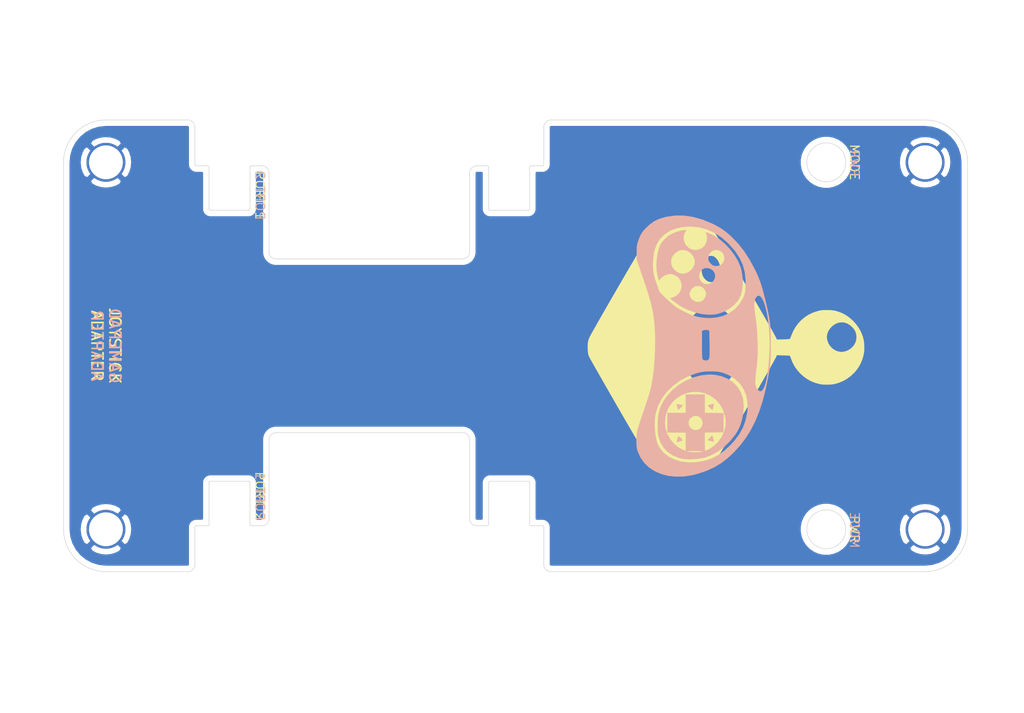
<source format=kicad_pcb>
(kicad_pcb (version 20171130) (host pcbnew "(5.1.8)-1")

  (general
    (thickness 1.6)
    (drawings 91)
    (tracks 0)
    (zones 0)
    (modules 6)
    (nets 2)
  )

  (page A4)
  (layers
    (0 F.Cu signal)
    (31 B.Cu signal)
    (32 B.Adhes user)
    (33 F.Adhes user)
    (34 B.Paste user)
    (35 F.Paste user)
    (36 B.SilkS user)
    (37 F.SilkS user)
    (38 B.Mask user)
    (39 F.Mask user)
    (40 Dwgs.User user)
    (41 Cmts.User user)
    (42 Eco1.User user)
    (43 Eco2.User user)
    (44 Edge.Cuts user)
    (45 Margin user)
    (46 B.CrtYd user)
    (47 F.CrtYd user)
    (48 B.Fab user)
    (49 F.Fab user)
  )

  (setup
    (last_trace_width 0.25)
    (trace_clearance 0.2)
    (zone_clearance 0.508)
    (zone_45_only no)
    (trace_min 0.2)
    (via_size 0.8)
    (via_drill 0.4)
    (via_min_size 0.4)
    (via_min_drill 0.3)
    (uvia_size 0.3)
    (uvia_drill 0.1)
    (uvias_allowed no)
    (uvia_min_size 0.2)
    (uvia_min_drill 0.1)
    (edge_width 0.05)
    (segment_width 0.2)
    (pcb_text_width 0.3)
    (pcb_text_size 1.5 1.5)
    (mod_edge_width 0.12)
    (mod_text_size 1 1)
    (mod_text_width 0.15)
    (pad_size 1.524 1.524)
    (pad_drill 0.762)
    (pad_to_mask_clearance 0)
    (aux_axis_origin 0 0)
    (visible_elements 7FFFFFFF)
    (pcbplotparams
      (layerselection 0x010fc_ffffffff)
      (usegerberextensions true)
      (usegerberattributes true)
      (usegerberadvancedattributes true)
      (creategerberjobfile true)
      (excludeedgelayer true)
      (linewidth 0.100000)
      (plotframeref false)
      (viasonmask false)
      (mode 1)
      (useauxorigin false)
      (hpglpennumber 1)
      (hpglpenspeed 20)
      (hpglpendiameter 15.000000)
      (psnegative false)
      (psa4output false)
      (plotreference true)
      (plotvalue true)
      (plotinvisibletext false)
      (padsonsilk false)
      (subtractmaskfromsilk false)
      (outputformat 1)
      (mirror false)
      (drillshape 0)
      (scaleselection 1)
      (outputdirectory "export/"))
  )

  (net 0 "")
  (net 1 "Net-(M1-Pad1)")

  (net_class Default "This is the default net class."
    (clearance 0.2)
    (trace_width 0.25)
    (via_dia 0.8)
    (via_drill 0.4)
    (uvia_dia 0.3)
    (uvia_drill 0.1)
    (add_net "Net-(M1-Pad1)")
  )

  (net_class PWR ""
    (clearance 0.2)
    (trace_width 0.381)
    (via_dia 0.8)
    (via_drill 0.4)
    (uvia_dia 0.3)
    (uvia_drill 0.1)
  )

  (module artwork:joystick_large (layer F.Cu) (tedit 0) (tstamp 6020AAC9)
    (at 155.448 92.202 270)
    (fp_text reference G*** (at 0 0 90) (layer F.SilkS) hide
      (effects (font (size 1.524 1.524) (thickness 0.3)))
    )
    (fp_text value LOGO (at 0.75 0 90) (layer F.SilkS) hide
      (effects (font (size 1.524 1.524) (thickness 0.3)))
    )
    (fp_poly (pts (xy 0.179292 -12.430624) (xy 0.384543 -12.419517) (xy 0.562218 -12.399596) (xy 0.635 -12.386546)
      (xy 1.046468 -12.276052) (xy 1.429374 -12.123741) (xy 1.784809 -11.929046) (xy 2.113865 -11.691396)
      (xy 2.319982 -11.507988) (xy 2.609461 -11.19514) (xy 2.855183 -10.8569) (xy 3.056474 -10.494469)
      (xy 3.212661 -10.109049) (xy 3.31746 -9.7282) (xy 3.341601 -9.576258) (xy 3.357814 -9.389294)
      (xy 3.366063 -9.181678) (xy 3.366311 -8.967784) (xy 3.358521 -8.761984) (xy 3.342657 -8.57865)
      (xy 3.320743 -8.441454) (xy 3.209276 -8.031748) (xy 3.057693 -7.65219) (xy 2.864371 -7.299777)
      (xy 2.627687 -6.971506) (xy 2.376287 -6.694253) (xy 2.063994 -6.413969) (xy 1.735452 -6.180864)
      (xy 1.387697 -5.993088) (xy 1.030086 -5.852786) (xy 0.894981 -5.804896) (xy 0.807338 -5.764739)
      (xy 0.764616 -5.731097) (xy 0.760665 -5.723583) (xy 0.755058 -5.68513) (xy 0.748907 -5.604068)
      (xy 0.742636 -5.488582) (xy 0.736669 -5.346855) (xy 0.731431 -5.187068) (xy 0.729887 -5.12994)
      (xy 0.715918 -4.582979) (xy 0.999309 -4.439181) (xy 1.106341 -4.383117) (xy 1.251772 -4.304199)
      (xy 1.43295 -4.203975) (xy 1.647224 -4.083995) (xy 1.891943 -3.945807) (xy 2.164456 -3.79096)
      (xy 2.462113 -3.621005) (xy 2.782262 -3.437489) (xy 3.122253 -3.241962) (xy 3.479434 -3.035973)
      (xy 3.851155 -2.821071) (xy 4.234764 -2.598806) (xy 4.627611 -2.370725) (xy 5.027044 -2.138379)
      (xy 5.430414 -1.903316) (xy 5.835068 -1.667086) (xy 6.238355 -1.431237) (xy 6.637626 -1.197319)
      (xy 7.030228 -0.966881) (xy 7.413512 -0.741471) (xy 7.784825 -0.52264) (xy 8.141517 -0.311935)
      (xy 8.480938 -0.110906) (xy 8.800435 0.078897) (xy 9.097359 0.255927) (xy 9.369058 0.418633)
      (xy 9.612881 0.565466) (xy 9.826178 0.694878) (xy 10.006296 0.80532) (xy 10.150587 0.895242)
      (xy 10.256397 0.963096) (xy 10.321077 1.007331) (xy 10.3251 1.010334) (xy 10.457015 1.131138)
      (xy 10.592395 1.297166) (xy 10.732406 1.510042) (xy 10.878213 1.771394) (xy 10.896631 1.807019)
      (xy 11.0744 2.153538) (xy 11.0744 3.898209) (xy 11.074399 5.64288) (xy 10.935633 5.91389)
      (xy 10.811528 6.143281) (xy 10.686302 6.350345) (xy 10.565015 6.527379) (xy 10.452724 6.666683)
      (xy 10.414926 6.706664) (xy 10.351032 6.760698) (xy 10.243378 6.838659) (xy 10.091915 6.940575)
      (xy 9.896595 7.066476) (xy 9.657369 7.21639) (xy 9.374191 7.390345) (xy 9.047012 7.588369)
      (xy 8.675783 7.810491) (xy 8.260458 8.056739) (xy 7.800986 8.327142) (xy 7.297322 8.621728)
      (xy 6.749416 8.940526) (xy 6.157221 9.283564) (xy 5.520688 9.65087) (xy 4.839769 10.042473)
      (xy 4.114417 10.458401) (xy 3.344584 10.898684) (xy 2.8829 11.162239) (xy 2.534896 11.360743)
      (xy 2.228115 11.535613) (xy 1.959669 11.688417) (xy 1.726673 11.820721) (xy 1.52624 11.934091)
      (xy 1.355482 12.030095) (xy 1.211512 12.110297) (xy 1.091445 12.176264) (xy 0.992393 12.229564)
      (xy 0.911469 12.271761) (xy 0.845787 12.304423) (xy 0.79246 12.329116) (xy 0.748601 12.347406)
      (xy 0.711323 12.36086) (xy 0.67774 12.371043) (xy 0.644964 12.379523) (xy 0.635 12.381934)
      (xy 0.524649 12.401197) (xy 0.378028 12.416664) (xy 0.209563 12.427784) (xy 0.033681 12.434006)
      (xy -0.135192 12.434777) (xy -0.282629 12.429548) (xy -0.376102 12.420581) (xy -0.53551 12.392507)
      (xy -0.68144 12.353023) (xy -0.829029 12.296716) (xy -0.993412 12.218175) (xy -1.099301 12.161997)
      (xy -1.240491 12.084299) (xy -1.422091 11.982996) (xy -1.640632 11.860081) (xy -1.892642 11.717544)
      (xy -2.174651 11.557376) (xy -2.483189 11.381569) (xy -2.814786 11.192114) (xy -3.165972 10.991003)
      (xy -3.533275 10.780226) (xy -3.913226 10.561774) (xy -4.302354 10.33764) (xy -4.69719 10.109815)
      (xy -5.094262 9.880288) (xy -5.4901 9.651053) (xy -5.881235 9.4241) (xy -6.264195 9.201421)
      (xy -6.604 9.003393) (xy -7.108919 8.708588) (xy -7.571178 8.438231) (xy -7.992177 8.191485)
      (xy -8.373315 7.96751) (xy -8.715994 7.76547) (xy -9.021611 7.584526) (xy -9.291568 7.423839)
      (xy -9.527263 7.282572) (xy -9.730096 7.159886) (xy -9.901468 7.054944) (xy -10.042777 6.966906)
      (xy -10.155424 6.894935) (xy -10.240809 6.838194) (xy -10.30033 6.795842) (xy -10.329079 6.772809)
      (xy -10.471917 6.625944) (xy -10.61363 6.441024) (xy -10.7465 6.230364) (xy -10.862807 6.00628)
      (xy -10.954835 5.781088) (xy -10.960031 5.766002) (xy -10.98454 5.690723) (xy -11.005523 5.616891)
      (xy -11.023199 5.54016) (xy -11.037785 5.45618) (xy -11.0495 5.360602) (xy -11.05856 5.249077)
      (xy -11.065185 5.117256) (xy -11.069591 4.960791) (xy -11.071997 4.775333) (xy -11.07262 4.556532)
      (xy -11.071679 4.30004) (xy -11.06939 4.001509) (xy -11.065973 3.656588) (xy -11.065924 3.651984)
      (xy -11.050128 2.160468) (xy -10.894123 1.848584) (xy -10.764899 1.602816) (xy -10.644891 1.401658)
      (xy -10.611973 1.355063) (xy -8.2296 1.355063) (xy -8.204932 1.523615) (xy -8.133067 1.682203)
      (xy -8.017219 1.827162) (xy -7.860598 1.954828) (xy -7.666416 2.061537) (xy -7.578731 2.097613)
      (xy -7.347141 2.161915) (xy -7.094967 2.192175) (xy -6.840025 2.187605) (xy -6.600137 2.147414)
      (xy -6.579365 2.141877) (xy -6.403024 2.080678) (xy -6.254908 1.99816) (xy -6.115258 1.884096)
      (xy -5.979478 1.72962) (xy -5.892102 1.569007) (xy -5.851755 1.40626) (xy -5.857062 1.245386)
      (xy -5.90665 1.090388) (xy -5.999144 0.945272) (xy -6.13317 0.814043) (xy -6.232671 0.7493)
      (xy -3.6195 0.7493) (xy -3.61945 1.3081) (xy -3.619148 1.492477) (xy -3.617823 1.634125)
      (xy -3.614793 1.741112) (xy -3.609374 1.821508) (xy -3.600883 1.883382) (xy -3.588637 1.934803)
      (xy -3.571952 1.983839) (xy -3.559572 2.015364) (xy -3.465945 2.203803) (xy -3.334596 2.405153)
      (xy -3.173532 2.610197) (xy -2.990759 2.809721) (xy -2.794283 2.994507) (xy -2.59211 3.15534)
      (xy -2.534057 3.195848) (xy -2.245447 3.37254) (xy -1.935241 3.5299) (xy -1.615326 3.663193)
      (xy -1.29759 3.767686) (xy -0.993922 3.838645) (xy -0.872877 3.85738) (xy -0.779934 3.865479)
      (xy -0.645596 3.872014) (xy -0.479242 3.87697) (xy -0.290255 3.880335) (xy -0.088014 3.882092)
      (xy 0.118099 3.882229) (xy 0.318705 3.880731) (xy 0.504421 3.877584) (xy 0.665868 3.872773)
      (xy 0.793664 3.866284) (xy 0.864266 3.860011) (xy 1.187087 3.80148) (xy 1.525128 3.704716)
      (xy 1.866371 3.574367) (xy 2.198799 3.415083) (xy 2.510393 3.23151) (xy 2.540273 3.211777)
      (xy 2.739536 3.063318) (xy 2.936915 2.887794) (xy 3.124433 2.694336) (xy 3.294116 2.492078)
      (xy 3.437988 2.290155) (xy 3.548074 2.097699) (xy 3.584971 2.015364) (xy 3.604635 1.963897)
      (xy 3.619453 1.914872) (xy 3.630108 1.860219) (xy 3.637282 1.79187) (xy 3.641659 1.701754)
      (xy 3.643921 1.581804) (xy 3.644753 1.423949) (xy 3.644849 1.3081) (xy 3.6449 0.7493)
      (xy 3.535856 0.522331) (xy 3.363324 0.221371) (xy 3.144893 -0.05997) (xy 2.882146 -0.32013)
      (xy 2.576667 -0.557543) (xy 2.23004 -0.770646) (xy 2.2225 -0.774757) (xy 2.06892 -0.852)
      (xy 1.89511 -0.928914) (xy 1.710079 -1.002488) (xy 1.522839 -1.06971) (xy 1.342398 -1.127568)
      (xy 1.177769 -1.173052) (xy 1.03796 -1.203149) (xy 0.931983 -1.214848) (xy 0.907493 -1.214274)
      (xy 0.862309 -1.209584) (xy 0.825565 -1.19946) (xy 0.796222 -1.178982) (xy 0.773239 -1.143229)
      (xy 0.755576 -1.08728) (xy 0.742191 -1.006214) (xy 0.732045 -0.89511) (xy 0.724097 -0.749049)
      (xy 0.717306 -0.563108) (xy 0.710632 -0.332367) (xy 0.709101 -0.275994) (xy 0.702907 -0.076325)
      (xy 0.695588 0.111312) (xy 0.687541 0.279685) (xy 0.679164 0.421563) (xy 0.670855 0.529714)
      (xy 0.663013 0.596904) (xy 0.660385 0.609652) (xy 0.598908 0.741297) (xy 0.489959 0.8596)
      (xy 0.350998 0.953861) (xy 0.27318 0.993187) (xy 0.203865 1.015852) (xy 0.123276 1.026231)
      (xy 0.0127 1.0287) (xy -0.098617 1.026185) (xy -0.179038 1.015726) (xy -0.248342 0.992945)
      (xy -0.325599 0.953861) (xy -0.475523 0.850188) (xy -0.580311 0.731169) (xy -0.634741 0.610563)
      (xy -0.642303 0.560063) (xy -0.65055 0.466007) (xy -0.659074 0.335627) (xy -0.667468 0.176155)
      (xy -0.675327 -0.005177) (xy -0.682244 -0.201137) (xy -0.684383 -0.27242) (xy -0.690808 -0.469833)
      (xy -0.698261 -0.653401) (xy -0.706346 -0.81626) (xy -0.714671 -0.951548) (xy -0.722841 -1.052405)
      (xy -0.730463 -1.111966) (xy -0.733158 -1.122406) (xy -0.760419 -1.175067) (xy -0.798641 -1.210609)
      (xy -0.853394 -1.228766) (xy -0.930245 -1.229273) (xy -1.034766 -1.211864) (xy -1.172525 -1.176275)
      (xy -1.349092 -1.122238) (xy -1.454202 -1.088044) (xy -1.881168 -0.925784) (xy -2.26789 -0.733516)
      (xy -2.615632 -0.51052) (xy -2.925659 -0.256077) (xy -2.94271 -0.240151) (xy -3.16204 -0.012423)
      (xy -3.340715 0.222481) (xy -3.488529 0.477715) (xy -3.510457 0.522331) (xy -3.6195 0.7493)
      (xy -6.232671 0.7493) (xy -6.307355 0.700705) (xy -6.520324 0.609264) (xy -6.556784 0.597287)
      (xy -6.823227 0.535773) (xy -7.086788 0.518445) (xy -7.341399 0.544166) (xy -7.580991 0.611801)
      (xy -7.799496 0.720212) (xy -7.987628 0.86521) (xy -8.107477 0.995199) (xy -8.183984 1.121295)
      (xy -8.222457 1.25424) (xy -8.2296 1.355063) (xy -10.611973 1.355063) (xy -10.53099 1.240436)
      (xy -10.420089 1.114476) (xy -10.381525 1.077962) (xy -10.328552 1.036708) (xy -10.237366 0.973934)
      (xy -10.107531 0.889377) (xy -9.938613 0.782777) (xy -9.730175 0.653872) (xy -9.481781 0.502402)
      (xy -9.192996 0.328103) (xy -8.863383 0.130717) (xy -8.492507 -0.09002) (xy -8.079933 -0.334367)
      (xy -7.625224 -0.602587) (xy -7.127944 -0.894941) (xy -6.587658 -1.21169) (xy -6.00393 -1.553094)
      (xy -5.588 -1.795941) (xy -5.037156 -2.117038) (xy -4.514325 -2.421159) (xy -4.020752 -2.707593)
      (xy -3.557679 -2.97563) (xy -3.126347 -3.22456) (xy -2.727998 -3.453671) (xy -2.363876 -3.662253)
      (xy -2.035222 -3.849595) (xy -1.743278 -4.014988) (xy -1.489287 -4.157719) (xy -1.274491 -4.27708)
      (xy -1.100132 -4.372358) (xy -0.967452 -4.442844) (xy -0.907482 -4.473379) (xy -0.690086 -4.581196)
      (xy -0.701747 -5.065548) (xy -0.707228 -5.273141) (xy -0.712924 -5.435607) (xy -0.719475 -5.558616)
      (xy -0.727522 -5.647839) (xy -0.737706 -5.708948) (xy -0.750667 -5.747613) (xy -0.767046 -5.769505)
      (xy -0.782269 -5.778452) (xy -0.824199 -5.79434) (xy -0.900814 -5.822733) (xy -0.99905 -5.858804)
      (xy -1.05496 -5.879217) (xy -1.452568 -6.049093) (xy -1.817172 -6.256627) (xy -2.147682 -6.500981)
      (xy -2.443008 -6.781317) (xy -2.702056 -7.096798) (xy -2.771925 -7.197259) (xy -2.934892 -7.460264)
      (xy -3.065205 -7.717259) (xy -3.170751 -7.986145) (xy -3.259419 -8.284824) (xy -3.270842 -8.329667)
      (xy -3.29579 -8.4344) (xy -3.313777 -8.526486) (xy -3.325943 -8.618049) (xy -3.333426 -8.721212)
      (xy -3.337367 -8.8481) (xy -3.338906 -9.010835) (xy -3.339041 -9.0551) (xy -3.337428 -9.27104)
      (xy -3.330276 -9.449658) (xy -3.315778 -9.604294) (xy -3.292127 -9.748289) (xy -3.257517 -9.894983)
      (xy -3.210139 -10.057717) (xy -3.197981 -10.0965) (xy -3.065629 -10.442822) (xy -3.062823 -10.448124)
      (xy -2.24543 -10.448124) (xy -2.229114 -10.215636) (xy -2.164891 -9.986121) (xy -2.052773 -9.763523)
      (xy -1.892771 -9.551787) (xy -1.826415 -9.481927) (xy -1.619443 -9.305556) (xy -1.402016 -9.17743)
      (xy -1.175978 -9.098124) (xy -0.943172 -9.068212) (xy -0.705442 -9.088268) (xy -0.622877 -9.106818)
      (xy -0.368802 -9.197503) (xy -0.143865 -9.329774) (xy 0.052532 -9.504033) (xy 0.155087 -9.626468)
      (xy 0.294261 -9.848891) (xy 0.383367 -10.079138) (xy 0.422273 -10.315713) (xy 0.41085 -10.557122)
      (xy 0.348966 -10.801868) (xy 0.273244 -10.979006) (xy 0.135428 -11.203052) (xy -0.033267 -11.391272)
      (xy -0.227829 -11.54128) (xy -0.443244 -11.650685) (xy -0.674498 -11.717098) (xy -0.916579 -11.73813)
      (xy -1.164473 -11.711391) (xy -1.231012 -11.695865) (xy -1.398931 -11.639739) (xy -1.55172 -11.559746)
      (xy -1.702348 -11.447961) (xy -1.831423 -11.328918) (xy -2.006837 -11.123982) (xy -2.134303 -10.906241)
      (xy -2.21383 -10.67964) (xy -2.24543 -10.448124) (xy -3.062823 -10.448124) (xy -2.893191 -10.768628)
      (xy -2.677286 -11.079356) (xy -2.414535 -11.380445) (xy -2.375142 -11.4208) (xy -2.059252 -11.706584)
      (xy -1.721493 -11.947383) (xy -1.363359 -12.142375) (xy -0.986349 -12.290739) (xy -0.616583 -12.386851)
      (xy -0.451472 -12.411032) (xy -0.25376 -12.426386) (xy -0.03849 -12.432915) (xy 0.179292 -12.430624)) (layer F.SilkS) (width 0.01))
  )

  (module artwork:gamepad_large (layer B.Cu) (tedit 0) (tstamp 6020AA84)
    (at 153.67 92.202 90)
    (fp_text reference G*** (at 0 0 -90) (layer B.SilkS) hide
      (effects (font (size 1.524 1.524) (thickness 0.3)) (justify mirror))
    )
    (fp_text value LOGO (at 0.75 0 -90) (layer B.SilkS) hide
      (effects (font (size 1.524 1.524) (thickness 0.3)) (justify mirror))
    )
    (fp_poly (pts (xy -5.106091 0.682257) (xy -5.10733 0.612235) (xy -5.139196 0.464425) (xy -5.160126 0.388435)
      (xy -5.23875 0.119202) (xy -5.453123 0.34075) (xy -5.667495 0.562299) (xy -5.399088 0.634573)
      (xy -5.231063 0.673365) (xy -5.122993 0.686214) (xy -5.106091 0.682257)) (layer B.SilkS) (width 0.01))
    (fp_poly (pts (xy -8.26268 0.646621) (xy -8.192845 0.624865) (xy -7.932252 0.538001) (xy -8.146445 0.330397)
      (xy -8.360637 0.122793) (xy -8.43922 0.385079) (xy -8.480525 0.552308) (xy -8.491286 0.662043)
      (xy -8.48562 0.679547) (xy -8.411372 0.681002) (xy -8.26268 0.646621)) (layer B.SilkS) (width 0.01))
    (fp_poly (pts (xy -5.163399 -2.379541) (xy -5.132255 -2.54713) (xy -5.127436 -2.648198) (xy -5.136435 -2.662119)
      (xy -5.216802 -2.641898) (xy -5.368652 -2.597642) (xy -5.41757 -2.582744) (xy -5.659889 -2.50825)
      (xy -5.444534 -2.300166) (xy -5.229179 -2.092083) (xy -5.163399 -2.379541)) (layer B.SilkS) (width 0.01))
    (fp_poly (pts (xy -8.268702 -2.184767) (xy -8.189624 -2.256047) (xy -8.052506 -2.39856) (xy -8.013172 -2.484446)
      (xy -8.070583 -2.536846) (xy -8.175625 -2.567881) (xy -8.346931 -2.610978) (xy -8.459339 -2.641898)
      (xy -8.527684 -2.649216) (xy -8.537193 -2.592638) (xy -8.501371 -2.464257) (xy -8.447293 -2.29443)
      (xy -8.4077 -2.169312) (xy -8.406282 -2.164792) (xy -8.36254 -2.129682) (xy -8.268702 -2.184767)) (layer B.SilkS) (width 0.01))
    (fp_poly (pts (xy -4.73912 3.323418) (xy -4.510613 3.275993) (xy -3.987785 3.079155) (xy -3.528745 2.779699)
      (xy -3.141297 2.389) (xy -2.833245 1.918435) (xy -2.612393 1.37938) (xy -2.486543 0.783211)
      (xy -2.459354 0.28575) (xy -2.527974 -0.430961) (xy -2.711712 -1.140047) (xy -2.999815 -1.822639)
      (xy -3.381529 -2.459867) (xy -3.846101 -3.032863) (xy -4.382778 -3.522757) (xy -4.789062 -3.802201)
      (xy -5.188842 -4.022377) (xy -5.564722 -4.177573) (xy -5.955707 -4.278412) (xy -6.400802 -4.335516)
      (xy -6.82625 -4.356961) (xy -7.359485 -4.359034) (xy -7.779351 -4.33275) (xy -8.048552 -4.289151)
      (xy -8.588071 -4.105393) (xy -9.057003 -3.819344) (xy -9.448279 -3.438687) (xy -9.754827 -2.971106)
      (xy -9.969575 -2.424286) (xy -10.040063 -2.124901) (xy -10.075764 -1.796969) (xy -10.081274 -1.391908)
      (xy -10.058972 -0.955343) (xy -10.057805 -0.945012) (xy -9.45668 -0.945012) (xy -9.451297 -1.201217)
      (xy -9.434928 -1.434421) (xy -9.408464 -1.613539) (xy -9.372798 -1.707484) (xy -9.358844 -1.7145)
      (xy -9.34971 -1.655138) (xy -9.342916 -1.493586) (xy -9.339125 -1.25464) (xy -9.338975 -0.986455)
      (xy -7.464394 -0.986455) (xy -7.398805 -1.227058) (xy -7.237701 -1.436356) (xy -7.014364 -1.560232)
      (xy -6.76338 -1.591561) (xy -6.519339 -1.523217) (xy -6.393591 -1.434162) (xy -6.227547 -1.208733)
      (xy -6.169187 -0.963902) (xy -6.208284 -0.726028) (xy -6.33461 -0.521468) (xy -6.537939 -0.376579)
      (xy -6.808044 -0.31772) (xy -6.826864 -0.3175) (xy -7.097456 -0.372167) (xy -7.304688 -0.519027)
      (xy -7.432391 -0.732361) (xy -7.464394 -0.986455) (xy -9.338975 -0.986455) (xy -9.338964 -0.968375)
      (xy -9.344971 -0.645801) (xy -9.358124 -0.433772) (xy -9.377867 -0.338125) (xy -9.398 -0.34925)
      (xy -9.430924 -0.487942) (xy -9.450186 -0.696892) (xy -9.45668 -0.945012) (xy -10.057805 -0.945012)
      (xy -10.01124 -0.532896) (xy -9.940458 -0.170191) (xy -9.93749 -0.15875) (xy -9.913794 -0.093139)
      (xy -9.3345 -0.093139) (xy -9.274937 -0.105748) (xy -9.111983 -0.116227) (xy -8.869241 -0.123605)
      (xy -8.570315 -0.126911) (xy -8.510844 -0.127) (xy -7.687187 -0.127) (xy -7.669469 0.714375)
      (xy -7.65175 1.55575) (xy -5.93725 1.55575) (xy -5.901814 -0.127) (xy -4.2545 -0.127)
      (xy -4.2545 -1.8415) (xy -5.9055 -1.8415) (xy -5.9055 -3.4925) (xy -7.6835 -3.4925)
      (xy -7.6835 -1.8415) (xy -9.331357 -1.8415) (xy -9.265514 -2.016125) (xy -9.028744 -2.473396)
      (xy -8.691033 -2.885651) (xy -8.275759 -3.233844) (xy -7.806298 -3.498929) (xy -7.306026 -3.661861)
      (xy -7.227276 -3.676739) (xy -6.835515 -3.709284) (xy -6.411682 -3.689678) (xy -6.025553 -3.621849)
      (xy -5.969 -3.605902) (xy -5.441656 -3.385613) (xy -4.986731 -3.07405) (xy -4.610483 -2.686707)
      (xy -4.319167 -2.23908) (xy -4.119041 -1.746665) (xy -4.01636 -1.224956) (xy -4.017381 -0.68945)
      (xy -4.128361 -0.155642) (xy -4.355555 0.360973) (xy -4.362491 0.373038) (xy -4.7089 0.852566)
      (xy -5.135846 1.234544) (xy -5.640324 1.517074) (xy -6.219327 1.698257) (xy -6.545891 1.751443)
      (xy -7.04395 1.748658) (xy -7.545722 1.634) (xy -8.029148 1.419953) (xy -8.472169 1.119001)
      (xy -8.852726 0.743629) (xy -9.14876 0.306321) (xy -9.169297 0.266737) (xy -9.258752 0.084775)
      (xy -9.318744 -0.047655) (xy -9.3345 -0.093139) (xy -9.913794 -0.093139) (xy -9.715215 0.45668)
      (xy -9.3807 1.060507) (xy -8.94854 1.634688) (xy -8.433333 2.161178) (xy -7.849673 2.621935)
      (xy -7.516726 2.833811) (xy -7.029608 3.062842) (xy -6.471002 3.231803) (xy -5.878193 3.335209)
      (xy -5.28847 3.367576) (xy -4.73912 3.323418)) (layer B.SilkS) (width 0.01))
    (fp_poly (pts (xy 6.361707 3.262621) (xy 6.925977 3.16567) (xy 7.20725 3.087353) (xy 7.752582 2.86019)
      (xy 8.299774 2.535139) (xy 8.826404 2.132776) (xy 9.310052 1.673679) (xy 9.728297 1.178424)
      (xy 10.058717 0.667586) (xy 10.222435 0.320202) (xy 10.304401 0.108286) (xy 10.339138 -0.005862)
      (xy 10.32628 -0.042509) (xy 10.265466 -0.021923) (xy 10.216763 0.003606) (xy 10.067123 0.050843)
      (xy 9.865478 0.077452) (xy 9.818469 0.079179) (xy 9.464941 0.028867) (xy 9.168177 -0.119799)
      (xy 8.940299 -0.346276) (xy 8.793431 -0.63002) (xy 8.739699 -0.950489) (xy 8.791226 -1.28714)
      (xy 8.885274 -1.502015) (xy 9.09633 -1.760244) (xy 9.377036 -1.938805) (xy 9.696404 -2.029069)
      (xy 10.02345 -2.022403) (xy 10.327186 -1.910179) (xy 10.334625 -1.905695) (xy 10.541 -1.779866)
      (xy 10.541 -1.957908) (xy 10.512998 -2.182788) (xy 10.437795 -2.476323) (xy 10.328591 -2.795452)
      (xy 10.198588 -3.097114) (xy 10.180782 -3.132931) (xy 9.973613 -3.453933) (xy 9.696616 -3.76268)
      (xy 9.390989 -4.01691) (xy 9.2149 -4.123724) (xy 8.856874 -4.264072) (xy 8.413671 -4.372939)
      (xy 7.924419 -4.444875) (xy 7.428245 -4.474428) (xy 6.964276 -4.456146) (xy 6.88975 -4.447678)
      (xy 6.622072 -4.406154) (xy 6.354114 -4.352663) (xy 6.22496 -4.320793) (xy 6.058532 -4.270724)
      (xy 5.999222 -4.23443) (xy 6.030832 -4.195316) (xy 6.076752 -4.16893) (xy 6.285502 -3.993693)
      (xy 6.453849 -3.737184) (xy 6.561228 -3.443575) (xy 6.587078 -3.157035) (xy 6.578355 -3.091486)
      (xy 6.457133 -2.74884) (xy 6.25114 -2.482396) (xy 5.982406 -2.299629) (xy 5.672957 -2.208014)
      (xy 5.344821 -2.215027) (xy 5.020026 -2.328143) (xy 4.79342 -2.485746) (xy 4.582019 -2.748476)
      (xy 4.487699 -2.969288) (xy 4.40339 -3.258428) (xy 4.073553 -2.851589) (xy 3.694193 -2.308545)
      (xy 3.52369 -1.98016) (xy 6.614071 -1.98016) (xy 6.628819 -2.308166) (xy 6.764713 -2.625781)
      (xy 6.875826 -2.772851) (xy 7.165202 -3.021697) (xy 7.486322 -3.152522) (xy 7.826706 -3.162057)
      (xy 8.083406 -3.089208) (xy 8.311436 -2.945097) (xy 8.521853 -2.729493) (xy 8.677702 -2.486059)
      (xy 8.735184 -2.319107) (xy 8.751011 -1.969235) (xy 8.652974 -1.659302) (xy 8.434647 -1.369561)
      (xy 8.422105 -1.356894) (xy 8.1185 -1.127392) (xy 7.798518 -1.021657) (xy 7.474253 -1.039691)
      (xy 7.157796 -1.181494) (xy 6.944894 -1.356894) (xy 6.719689 -1.657743) (xy 6.614071 -1.98016)
      (xy 3.52369 -1.98016) (xy 3.383616 -1.710384) (xy 3.147988 -1.080133) (xy 3.057186 -0.704428)
      (xy 4.06442 -0.704428) (xy 4.09931 -0.958528) (xy 4.216681 -1.192562) (xy 4.414104 -1.379677)
      (xy 4.60375 -1.470045) (xy 4.741457 -1.508405) (xy 4.847389 -1.506217) (xy 4.98637 -1.458482)
      (xy 5.039627 -1.436444) (xy 5.28882 -1.275293) (xy 5.448434 -1.05521) (xy 5.517147 -0.803303)
      (xy 5.493639 -0.546677) (xy 5.376589 -0.312441) (xy 5.164674 -0.127702) (xy 5.104943 -0.096276)
      (xy 4.913775 -0.02348) (xy 5.67015 -0.02348) (xy 5.716329 -0.19371) (xy 5.877415 -0.432196)
      (xy 6.11083 -0.584047) (xy 6.388113 -0.639895) (xy 6.680803 -0.590369) (xy 6.784023 -0.545167)
      (xy 6.990372 -0.376013) (xy 7.105746 -0.149015) (xy 7.131594 0.106568) (xy 7.069368 0.361478)
      (xy 6.920515 0.586457) (xy 6.720572 0.735643) (xy 6.458274 0.809509) (xy 6.202475 0.776946)
      (xy 5.974469 0.657659) (xy 5.79555 0.471356) (xy 5.687012 0.237741) (xy 5.67015 -0.02348)
      (xy 4.913775 -0.02348) (xy 4.89951 -0.018048) (xy 4.723054 -0.011655) (xy 4.512422 -0.076489)
      (xy 4.478927 -0.090247) (xy 4.2518 -0.243435) (xy 4.11444 -0.457112) (xy 4.06442 -0.704428)
      (xy 3.057186 -0.704428) (xy 2.993476 -0.44082) (xy 2.926246 0.184528) (xy 2.952463 0.772884)
      (xy 2.97972 0.913399) (xy 7.3025 0.913399) (xy 7.318619 0.709585) (xy 7.385343 0.558229)
      (xy 7.5184 0.4064) (xy 7.685192 0.264254) (xy 7.843858 0.201663) (xy 7.996884 0.1905)
      (xy 8.207941 0.216193) (xy 8.392458 0.279563) (xy 8.419229 0.29518) (xy 8.63047 0.49554)
      (xy 8.739282 0.732801) (xy 8.75475 0.983085) (xy 8.685959 1.222517) (xy 8.541994 1.427219)
      (xy 8.331938 1.573317) (xy 8.064878 1.636933) (xy 7.91129 1.630146) (xy 7.630711 1.53598)
      (xy 7.428725 1.348648) (xy 7.318818 1.084026) (xy 7.3025 0.913399) (xy 2.97972 0.913399)
      (xy 3.01572 1.098976) (xy 3.19867 1.604986) (xy 3.468093 2.084313) (xy 3.803098 2.507881)
      (xy 4.182792 2.846611) (xy 4.350276 2.956416) (xy 4.760143 3.134496) (xy 5.250718 3.245748)
      (xy 5.793931 3.288885) (xy 6.361707 3.262621)) (layer B.SilkS) (width 0.01))
    (fp_poly (pts (xy 0.831234 5.802424) (xy 1.323209 5.792372) (xy 1.757085 5.771109) (xy 2.160024 5.735182)
      (xy 2.559188 5.681142) (xy 2.981739 5.605536) (xy 3.454838 5.504913) (xy 4.005646 5.375823)
      (xy 4.41325 5.276237) (xy 5.00056 5.12568) (xy 5.493458 4.984959) (xy 5.922852 4.843311)
      (xy 6.319647 4.689971) (xy 6.714751 4.514176) (xy 7.000639 4.37511) (xy 7.876339 3.900076)
      (xy 8.644956 3.40138) (xy 9.326038 2.865072) (xy 9.93775 2.278655) (xy 10.356053 1.800949)
      (xy 10.697874 1.321697) (xy 10.998572 0.788915) (xy 11.117504 0.544379) (xy 11.475983 -0.326364)
      (xy 11.716564 -1.161034) (xy 11.840346 -1.967929) (xy 11.848426 -2.755352) (xy 11.741902 -3.531604)
      (xy 11.687372 -3.765064) (xy 11.529328 -4.267152) (xy 11.322852 -4.68987) (xy 11.042213 -5.078288)
      (xy 10.770168 -5.371628) (xy 10.530127 -5.600942) (xy 10.327428 -5.762899) (xy 10.117573 -5.887258)
      (xy 9.856068 -6.00378) (xy 9.779 -6.034546) (xy 9.515319 -6.133543) (xy 9.302314 -6.196213)
      (xy 9.093487 -6.23081) (xy 8.842342 -6.245587) (xy 8.5725 -6.248703) (xy 7.90575 -6.250321)
      (xy 6.19125 -5.668623) (xy 5.564041 -5.45745) (xy 5.037074 -5.284352) (xy 4.591214 -5.144054)
      (xy 4.207329 -5.031282) (xy 3.866287 -4.940764) (xy 3.548955 -4.867223) (xy 3.2362 -4.805387)
      (xy 2.90889 -4.749982) (xy 2.794 -4.732146) (xy 2.103404 -4.651023) (xy 1.333538 -4.60271)
      (xy 0.510481 -4.585974) (xy -0.339688 -4.599583) (xy -1.190889 -4.642305) (xy -2.017042 -4.712908)
      (xy -2.792068 -4.81016) (xy -3.489888 -4.932827) (xy -3.99043 -5.052691) (xy -4.147909 -5.100155)
      (xy -4.405121 -5.182049) (xy -4.741643 -5.291673) (xy -5.137053 -5.42233) (xy -5.570928 -5.56732)
      (xy -5.969 -5.701672) (xy -6.453797 -5.865681) (xy -6.837652 -5.993456) (xy -7.139841 -6.08971)
      (xy -7.379641 -6.159158) (xy -7.576327 -6.206516) (xy -7.749174 -6.236497) (xy -7.91746 -6.253815)
      (xy -8.100459 -6.263186) (xy -8.28675 -6.268546) (xy -8.651878 -6.271596) (xy -8.928811 -6.256876)
      (xy -9.155567 -6.220753) (xy -9.347347 -6.16721) (xy -9.912097 -5.918219) (xy -10.404045 -5.572202)
      (xy -10.81959 -5.138624) (xy -11.15513 -4.626947) (xy -11.407064 -4.046638) (xy -11.571789 -3.407162)
      (xy -11.645705 -2.717981) (xy -11.625208 -1.988563) (xy -11.569783 -1.633031) (xy -10.365873 -1.633031)
      (xy -10.284217 -2.286594) (xy -10.106709 -2.87842) (xy -9.837162 -3.399946) (xy -9.479386 -3.842615)
      (xy -9.037193 -4.197865) (xy -8.840121 -4.312214) (xy -8.529495 -4.433109) (xy -8.126304 -4.527912)
      (xy -7.662782 -4.594081) (xy -7.171161 -4.629074) (xy -6.683673 -4.630349) (xy -6.232552 -4.595366)
      (xy -5.928735 -4.541765) (xy -5.239702 -4.315217) (xy -4.594831 -3.975394) (xy -4.003106 -3.531053)
      (xy -3.473512 -2.990951) (xy -3.015034 -2.363844) (xy -2.636656 -1.658489) (xy -2.425998 -1.127917)
      (xy -2.311608 -0.772518) (xy -2.238812 -0.473638) (xy -2.196294 -0.172341) (xy -2.182203 0.044638)
      (xy -1.19678 0.044638) (xy -1.179729 -0.167555) (xy -1.140766 -0.258174) (xy -1.111071 -0.300051)
      (xy -1.061647 -0.331175) (xy -0.975275 -0.353132) (xy -0.834737 -0.367506) (xy -0.622812 -0.375881)
      (xy -0.322282 -0.379842) (xy 0.084073 -0.380973) (xy 0.194095 -0.381) (xy 1.463222 -0.381)
      (xy 1.536719 -0.219691) (xy 1.575359 0.003005) (xy 1.549753 0.113684) (xy 1.491549 0.279321)
      (xy 2.618679 0.279321) (xy 2.625865 0.0635) (xy 2.665343 -0.381102) (xy 2.733669 -0.773672)
      (xy 2.841987 -1.15367) (xy 3.001441 -1.560557) (xy 3.211396 -2.009899) (xy 3.365018 -2.311245)
      (xy 3.50737 -2.558178) (xy 3.661442 -2.782978) (xy 3.85022 -3.017924) (xy 4.096694 -3.295295)
      (xy 4.228697 -3.438402) (xy 4.502001 -3.731142) (xy 4.707274 -3.944572) (xy 4.862061 -4.093216)
      (xy 4.983908 -4.191601) (xy 5.090363 -4.254252) (xy 5.198971 -4.295696) (xy 5.296946 -4.322767)
      (xy 5.456751 -4.371004) (xy 5.684408 -4.448453) (xy 5.920453 -4.534563) (xy 6.210847 -4.630446)
      (xy 6.52659 -4.713797) (xy 6.745953 -4.757409) (xy 7.124834 -4.791019) (xy 7.570911 -4.792787)
      (xy 8.03115 -4.765266) (xy 8.452517 -4.711005) (xy 8.672091 -4.664768) (xy 9.239924 -4.465572)
      (xy 9.717097 -4.180187) (xy 10.111837 -3.802113) (xy 10.432373 -3.324851) (xy 10.477548 -3.238404)
      (xy 10.679192 -2.738712) (xy 10.80352 -2.182562) (xy 10.855261 -1.546864) (xy 10.857397 -1.384049)
      (xy 10.795985 -0.674917) (xy 10.612467 0.023701) (xy 10.311739 0.701363) (xy 9.898695 1.347627)
      (xy 9.378229 1.952051) (xy 9.222026 2.104732) (xy 8.621973 2.616074) (xy 8.024995 3.008836)
      (xy 7.413956 3.289822) (xy 6.771719 3.465835) (xy 6.081149 3.543675) (xy 5.594572 3.54472)
      (xy 5.264596 3.530425) (xy 5.024013 3.509957) (xy 4.835225 3.475527) (xy 4.660636 3.419347)
      (xy 4.462647 3.333627) (xy 4.373668 3.291789) (xy 3.859913 2.980046) (xy 3.426225 2.576589)
      (xy 3.078932 2.093104) (xy 2.824359 1.541274) (xy 2.668833 0.932785) (xy 2.618679 0.279321)
      (xy 1.491549 0.279321) (xy 1.489289 0.28575) (xy 0.242503 0.302948) (xy -0.194835 0.30772)
      (xy -0.5226 0.307578) (xy -0.758159 0.30144) (xy -0.918883 0.288227) (xy -1.022139 0.266855)
      (xy -1.085295 0.236245) (xy -1.105392 0.219038) (xy -1.19678 0.044638) (xy -2.182203 0.044638)
      (xy -2.172742 0.190308) (xy -2.172683 0.191687) (xy -2.16809 0.695032) (xy -2.20789 1.119201)
      (xy -2.300421 1.506787) (xy -2.454018 1.900388) (xy -2.543816 2.087895) (xy -2.869987 2.606753)
      (xy -3.278186 3.032431) (xy -3.759963 3.360869) (xy -4.306864 3.588004) (xy -4.910437 3.709775)
      (xy -5.562228 3.72212) (xy -5.877408 3.689727) (xy -6.579239 3.544905) (xy -7.225536 3.309813)
      (xy -7.835144 2.974678) (xy -8.426911 2.529725) (xy -8.829186 2.159) (xy -9.342414 1.597363)
      (xy -9.74022 1.032986) (xy -10.032879 0.444993) (xy -10.23067 -0.187494) (xy -10.343866 -0.88535)
      (xy -10.347865 -0.926289) (xy -10.365873 -1.633031) (xy -11.569783 -1.633031) (xy -11.506698 -1.22837)
      (xy -11.394619 -0.787362) (xy -11.12873 0.007052) (xy -10.812457 0.708679) (xy -10.428261 1.34741)
      (xy -9.958602 1.953137) (xy -9.497163 2.446418) (xy -8.863094 3.027749) (xy -8.18753 3.544819)
      (xy -7.459032 4.002732) (xy -6.666158 4.406592) (xy -5.797469 4.761502) (xy -5.66707 4.803934)
      (xy -3.962275 4.803934) (xy -3.848875 4.657271) (xy -3.707502 4.55094) (xy -3.555163 4.4757)
      (xy -3.37269 4.430033) (xy -3.140916 4.41242) (xy -2.840673 4.421342) (xy -2.452794 4.455281)
      (xy -1.984005 4.509518) (xy -1.542232 4.561319) (xy -1.167936 4.597412) (xy -0.82343 4.619392)
      (xy -0.47103 4.62885) (xy -0.073051 4.627378) (xy 0.408191 4.616569) (xy 0.492495 4.614165)
      (xy 1.11863 4.588563) (xy 1.69564 4.550487) (xy 2.196225 4.502063) (xy 2.54 4.454564)
      (xy 3.151607 4.367312) (xy 3.649454 4.32805) (xy 4.037359 4.336756) (xy 4.319137 4.39341)
      (xy 4.429125 4.444305) (xy 4.593747 4.584154) (xy 4.640573 4.725788) (xy 4.578734 4.866753)
      (xy 4.417364 5.004596) (xy 4.165595 5.136865) (xy 3.832558 5.261105) (xy 3.427388 5.374863)
      (xy 2.959215 5.475687) (xy 2.437173 5.561123) (xy 1.870395 5.628717) (xy 1.268012 5.676018)
      (xy 0.639157 5.700571) (xy -0.007037 5.699923) (xy -0.22225 5.693771) (xy -0.997095 5.654949)
      (xy -1.695147 5.597392) (xy -2.310822 5.522694) (xy -2.838536 5.432452) (xy -3.272706 5.328262)
      (xy -3.607749 5.21172) (xy -3.83808 5.08442) (xy -3.958117 4.94796) (xy -3.962275 4.803934)
      (xy -5.66707 4.803934) (xy -4.841523 5.072567) (xy -3.786881 5.344891) (xy -2.622102 5.583577)
      (xy -2.360581 5.630228) (xy -2.035731 5.685072) (xy -1.754215 5.727068) (xy -1.490464 5.757922)
      (xy -1.218913 5.77934) (xy -0.913995 5.793028) (xy -0.550144 5.800693) (xy -0.101795 5.804041)
      (xy 0.254 5.804715) (xy 0.831234 5.802424)) (layer B.SilkS) (width 0.01))
  )

  (module mounting:M3_pin (layer F.Cu) (tedit 5F76331A) (tstamp 5FFB8DBA)
    (at 99.695 108.585)
    (descr "module 1 pin (ou trou mecanique de percage)")
    (tags DEV)
    (path /6002CE00)
    (fp_text reference M1 (at 0 -3.048) (layer F.Fab) hide
      (effects (font (size 1 1) (thickness 0.15)))
    )
    (fp_text value Mounting (at 0 3) (layer F.Fab) hide
      (effects (font (size 1 1) (thickness 0.15)))
    )
    (fp_circle (center 0 0) (end 2 0.8) (layer F.Fab) (width 0.1))
    (fp_circle (center 0 0) (end 2.6 0) (layer F.CrtYd) (width 0.05))
    (pad 1 thru_hole circle (at 0 0) (size 3.5 3.5) (drill 3.048) (layers *.Cu *.Mask)
      (net 1 "Net-(M1-Pad1)") (solder_mask_margin 0.8))
  )

  (module mounting:M3_pin (layer F.Cu) (tedit 5F76331A) (tstamp 5FFB8DC1)
    (at 173.355 75.565)
    (descr "module 1 pin (ou trou mecanique de percage)")
    (tags DEV)
    (path /6002E2AC)
    (fp_text reference M2 (at 0 -3.048) (layer F.Fab) hide
      (effects (font (size 1 1) (thickness 0.15)))
    )
    (fp_text value Mounting (at 0 3) (layer F.Fab) hide
      (effects (font (size 1 1) (thickness 0.15)))
    )
    (fp_circle (center 0 0) (end 2.6 0) (layer F.CrtYd) (width 0.05))
    (fp_circle (center 0 0) (end 2 0.8) (layer F.Fab) (width 0.1))
    (pad 1 thru_hole circle (at 0 0) (size 3.5 3.5) (drill 3.048) (layers *.Cu *.Mask)
      (net 1 "Net-(M1-Pad1)") (solder_mask_margin 0.8))
  )

  (module mounting:M3_pin (layer F.Cu) (tedit 5F76331A) (tstamp 5FFB8DC8)
    (at 99.695 75.565)
    (descr "module 1 pin (ou trou mecanique de percage)")
    (tags DEV)
    (path /6002E709)
    (fp_text reference M3 (at 0 -3.048) (layer F.Fab) hide
      (effects (font (size 1 1) (thickness 0.15)))
    )
    (fp_text value Mounting (at 0 3) (layer F.Fab) hide
      (effects (font (size 1 1) (thickness 0.15)))
    )
    (fp_circle (center 0 0) (end 2 0.8) (layer F.Fab) (width 0.1))
    (fp_circle (center 0 0) (end 2.6 0) (layer F.CrtYd) (width 0.05))
    (pad 1 thru_hole circle (at 0 0) (size 3.5 3.5) (drill 3.048) (layers *.Cu *.Mask)
      (net 1 "Net-(M1-Pad1)") (solder_mask_margin 0.8))
  )

  (module mounting:M3_pin (layer F.Cu) (tedit 5F76331A) (tstamp 5FFB8DCF)
    (at 173.355 108.585)
    (descr "module 1 pin (ou trou mecanique de percage)")
    (tags DEV)
    (path /6002EC01)
    (fp_text reference M4 (at 0 -3.048) (layer F.Fab) hide
      (effects (font (size 1 1) (thickness 0.15)))
    )
    (fp_text value Mounting (at 0 3) (layer F.Fab) hide
      (effects (font (size 1 1) (thickness 0.15)))
    )
    (fp_circle (center 0 0) (end 2.6 0) (layer F.CrtYd) (width 0.05))
    (fp_circle (center 0 0) (end 2 0.8) (layer F.Fab) (width 0.1))
    (pad 1 thru_hole circle (at 0 0) (size 3.5 3.5) (drill 3.048) (layers *.Cu *.Mask)
      (net 1 "Net-(M1-Pad1)") (solder_mask_margin 0.8))
  )

  (gr_text "GAMEPAD\nADAPTER" (at 99.695 92.075 270) (layer B.SilkS) (tstamp 6035B085)
    (effects (font (size 1 1) (thickness 0.15)) (justify mirror))
  )
  (gr_text "JOYSTICK\nADAPTER" (at 99.695 92.075 270) (layer F.SilkS)
    (effects (font (size 1 1) (thickness 0.15)))
  )
  (gr_arc (start 138.938 75.7555) (end 138.938 75.8825) (angle -90) (layer Edge.Cuts) (width 0.05) (tstamp 6035AEE0))
  (gr_arc (start 107.823 75.7555) (end 107.696 75.7555) (angle -90) (layer Edge.Cuts) (width 0.05) (tstamp 6035AEE0))
  (gr_arc (start 138.938 108.3945) (end 139.065 108.3945) (angle -90) (layer Edge.Cuts) (width 0.05) (tstamp 6035AEE0))
  (gr_arc (start 107.823 108.3945) (end 107.823 108.2675) (angle -90) (layer Edge.Cuts) (width 0.05) (tstamp 6035AEE0))
  (gr_text PWR (at 167.005 75.6285 270) (layer B.SilkS) (tstamp 601DD991)
    (effects (font (size 0.8 0.8) (thickness 0.1)) (justify mirror))
  )
  (gr_text MODE (at 167.005 108.6485 270) (layer B.SilkS) (tstamp 601DD972)
    (effects (font (size 0.8 0.8) (thickness 0.1)) (justify mirror))
  )
  (gr_text "PORT 2" (at 113.538 78.5495 270) (layer B.SilkS) (tstamp 601DD8F6)
    (effects (font (size 0.8 0.8) (thickness 0.1)) (justify mirror))
  )
  (gr_text "PORT 1" (at 113.538 105.6005 270) (layer B.SilkS) (tstamp 601DD8D4)
    (effects (font (size 0.8 0.8) (thickness 0.1)) (justify mirror))
  )
  (gr_text MODE (at 167.005 75.565 270) (layer F.SilkS) (tstamp 601DD823)
    (effects (font (size 0.8 0.8) (thickness 0.1)))
  )
  (gr_circle (center 164.465 75.565) (end 166.216 75.565) (layer Edge.Cuts) (width 0.05) (tstamp 601DD822))
  (gr_text PWR (at 167.005 108.585 270) (layer F.SilkS) (tstamp 601DDBA5)
    (effects (font (size 0.8 0.8) (thickness 0.1)))
  )
  (gr_circle (center 164.465 108.585) (end 166.216 108.585) (layer Edge.Cuts) (width 0.05))
  (gr_line (start 139.7 71.755) (end 173.355 71.755) (layer Edge.Cuts) (width 0.05) (tstamp 601DDB01))
  (gr_line (start 139.7 112.395) (end 173.355 112.395) (layer Edge.Cuts) (width 0.05) (tstamp 601DDAFE))
  (gr_line (start 132.3975 83.6295) (end 132.3975 76.5175) (layer Edge.Cuts) (width 0.05) (tstamp 601DDA9B))
  (gr_line (start 114.3635 83.6295) (end 114.3635 76.5175) (layer Edge.Cuts) (width 0.05) (tstamp 601DDA9A))
  (gr_line (start 131.7625 84.2645) (end 114.9985 84.2645) (layer Edge.Cuts) (width 0.05) (tstamp 601DDA99))
  (gr_arc (start 113.7285 76.5175) (end 114.3635 76.5175) (angle -90) (layer Edge.Cuts) (width 0.05) (tstamp 601DDA98))
  (gr_line (start 112.649 76.0095) (end 112.649 79.756) (layer Edge.Cuts) (width 0.05) (tstamp 601DDA97))
  (gr_arc (start 131.7625 83.6295) (end 131.7625 84.2645) (angle -90) (layer Edge.Cuts) (width 0.05) (tstamp 601DDA96))
  (gr_arc (start 114.9985 83.6295) (end 114.3635 83.6295) (angle -90) (layer Edge.Cuts) (width 0.05) (tstamp 601DDA95))
  (gr_line (start 138.938 75.8825) (end 137.922 75.8825) (layer Edge.Cuts) (width 0.05) (tstamp 601DDA93))
  (gr_arc (start 139.7 72.39) (end 139.7 71.755) (angle -90) (layer Edge.Cuts) (width 0.05) (tstamp 601DDA92))
  (gr_arc (start 137.922 76.0095) (end 137.922 75.8825) (angle -90) (layer Edge.Cuts) (width 0.05) (tstamp 601DDA91))
  (gr_line (start 108.839 75.8825) (end 107.823 75.8825) (layer Edge.Cuts) (width 0.05) (tstamp 601DDA90))
  (gr_arc (start 108.839 76.0095) (end 108.966 76.0095) (angle -90) (layer Edge.Cuts) (width 0.05) (tstamp 601DDA8F))
  (gr_line (start 137.795 76.0095) (end 137.795 79.756) (layer Edge.Cuts) (width 0.05) (tstamp 601DDA8E))
  (gr_arc (start 137.668 79.756) (end 137.668 79.883) (angle -90) (layer Edge.Cuts) (width 0.05) (tstamp 601DDA8D))
  (gr_line (start 112.776 75.8825) (end 113.7285 75.8825) (layer Edge.Cuts) (width 0.05) (tstamp 601DDA8C))
  (gr_line (start 137.668 79.883) (end 134.239 79.883) (layer Edge.Cuts) (width 0.05) (tstamp 601DDA8B))
  (gr_line (start 112.522 79.883) (end 109.093 79.883) (layer Edge.Cuts) (width 0.05) (tstamp 601DDA8A))
  (gr_line (start 133.0325 75.8825) (end 133.985 75.8825) (layer Edge.Cuts) (width 0.05) (tstamp 601DDA89))
  (gr_arc (start 107.061 72.39) (end 107.696 72.39) (angle -90) (layer Edge.Cuts) (width 0.05) (tstamp 601DDA88))
  (gr_line (start 134.112 76.0095) (end 134.112 79.756) (layer Edge.Cuts) (width 0.05) (tstamp 601DDA87))
  (gr_arc (start 133.985 76.0095) (end 134.112 76.0095) (angle -90) (layer Edge.Cuts) (width 0.05) (tstamp 601DDA86))
  (gr_line (start 139.065 75.7555) (end 139.065 72.39) (layer Edge.Cuts) (width 0.05) (tstamp 601DDA85))
  (gr_arc (start 109.093 79.756) (end 108.966 79.756) (angle -90) (layer Edge.Cuts) (width 0.05) (tstamp 601DDA83))
  (gr_line (start 107.696 75.7555) (end 107.696 72.39) (layer Edge.Cuts) (width 0.05) (tstamp 601DDA82))
  (gr_arc (start 112.776 76.0095) (end 112.776 75.8825) (angle -90) (layer Edge.Cuts) (width 0.05) (tstamp 601DDA81))
  (gr_arc (start 134.239 79.756) (end 134.112 79.756) (angle -90) (layer Edge.Cuts) (width 0.05) (tstamp 601DDA80))
  (gr_arc (start 133.0325 76.5175) (end 133.0325 75.8825) (angle -90) (layer Edge.Cuts) (width 0.05) (tstamp 601DDA7F))
  (gr_line (start 108.966 76.0095) (end 108.966 79.756) (layer Edge.Cuts) (width 0.05) (tstamp 601DDA7E))
  (gr_arc (start 112.522 79.756) (end 112.522 79.883) (angle -90) (layer Edge.Cuts) (width 0.05) (tstamp 601DDA7D))
  (gr_line (start 133.985 108.2675) (end 133.0325 108.2675) (layer Edge.Cuts) (width 0.05) (tstamp 601DD4D5))
  (gr_line (start 137.922 108.2675) (end 138.938 108.2675) (layer Edge.Cuts) (width 0.05) (tstamp 601DD4CE))
  (gr_arc (start 134.239 104.394) (end 134.239 104.267) (angle -90) (layer Edge.Cuts) (width 0.05) (tstamp 601DD4AF))
  (gr_arc (start 137.668 104.394) (end 137.795 104.394) (angle -90) (layer Edge.Cuts) (width 0.05) (tstamp 601DD4AE))
  (gr_arc (start 137.922 108.1405) (end 137.795 108.1405) (angle -90) (layer Edge.Cuts) (width 0.05) (tstamp 601DD4AD))
  (gr_line (start 134.239 104.267) (end 137.668 104.267) (layer Edge.Cuts) (width 0.05) (tstamp 601DD4AC))
  (gr_arc (start 133.985 108.1405) (end 133.985 108.2675) (angle -90) (layer Edge.Cuts) (width 0.05) (tstamp 601DD4AB))
  (gr_line (start 134.112 108.1405) (end 134.112 104.394) (layer Edge.Cuts) (width 0.05) (tstamp 601DD4AA))
  (gr_line (start 137.795 108.1405) (end 137.795 104.394) (layer Edge.Cuts) (width 0.05) (tstamp 601DD4A9))
  (gr_arc (start 109.093 104.394) (end 109.093 104.267) (angle -90) (layer Edge.Cuts) (width 0.05) (tstamp 601DD48A))
  (gr_arc (start 112.522 104.394) (end 112.649 104.394) (angle -90) (layer Edge.Cuts) (width 0.05) (tstamp 601DD48A))
  (gr_line (start 113.7285 108.2675) (end 112.776 108.2675) (layer Edge.Cuts) (width 0.05) (tstamp 601DD492))
  (gr_arc (start 112.776 108.1405) (end 112.649 108.1405) (angle -90) (layer Edge.Cuts) (width 0.05) (tstamp 601DD48A))
  (gr_arc (start 108.839 108.1405) (end 108.839 108.2675) (angle -90) (layer Edge.Cuts) (width 0.05))
  (gr_line (start 109.093 104.267) (end 112.522 104.267) (layer Edge.Cuts) (width 0.05) (tstamp 601DD47D))
  (gr_line (start 108.966 108.1405) (end 108.966 104.394) (layer Edge.Cuts) (width 0.05))
  (gr_line (start 112.649 108.1405) (end 112.649 104.394) (layer Edge.Cuts) (width 0.05))
  (gr_arc (start 139.7 111.76) (end 139.065 111.76) (angle -90) (layer Edge.Cuts) (width 0.05) (tstamp 5FFB7B9C))
  (gr_arc (start 107.061 111.76) (end 107.061 112.395) (angle -90) (layer Edge.Cuts) (width 0.05) (tstamp 5FFB7B9C))
  (gr_line (start 139.065 108.3945) (end 139.065 111.76) (layer Edge.Cuts) (width 0.05))
  (gr_line (start 107.696 108.3945) (end 107.696 111.76) (layer Edge.Cuts) (width 0.05))
  (gr_line (start 107.823 108.2675) (end 108.839 108.2675) (layer Edge.Cuts) (width 0.05) (tstamp 5FFB7B44))
  (gr_arc (start 133.0325 107.6325) (end 132.3975 107.6325) (angle -90) (layer Edge.Cuts) (width 0.05) (tstamp 5FFB7A03))
  (gr_arc (start 113.7285 107.6325) (end 113.7285 108.2675) (angle -90) (layer Edge.Cuts) (width 0.05) (tstamp 5FFB7A03))
  (gr_arc (start 131.7625 100.5205) (end 132.3975 100.5205) (angle -90) (layer Edge.Cuts) (width 0.05) (tstamp 5FFB79AD))
  (gr_arc (start 114.9985 100.5205) (end 114.9985 99.8855) (angle -90) (layer Edge.Cuts) (width 0.05) (tstamp 5FFB79AD))
  (gr_line (start 132.3975 100.5205) (end 132.3975 107.6325) (layer Edge.Cuts) (width 0.05))
  (gr_line (start 114.3635 100.5205) (end 114.3635 107.6325) (layer Edge.Cuts) (width 0.05))
  (gr_line (start 114.9985 99.8855) (end 131.7625 99.8855) (layer Edge.Cuts) (width 0.05))
  (gr_line (start 105.41 102.87) (end 96.52 102.87) (layer Dwgs.User) (width 0.05) (tstamp 5FFE02B0))
  (gr_line (start 106.045 81.915) (end 106.045 102.235) (layer Dwgs.User) (width 0.05) (tstamp 5FFE02AD))
  (gr_line (start 105.41 81.28) (end 96.52 81.28) (layer Dwgs.User) (width 0.05) (tstamp 5FFE02B6))
  (gr_arc (start 96.52 80.645) (end 95.885 80.645) (angle -90) (layer Dwgs.User) (width 0.05) (tstamp 5FFB5FD1))
  (gr_arc (start 105.41 81.915) (end 106.045 81.915) (angle -90) (layer Dwgs.User) (width 0.05) (tstamp 5FFE02AA))
  (gr_arc (start 96.52 103.505) (end 96.52 102.87) (angle -90) (layer Dwgs.User) (width 0.05) (tstamp 5FFB5FD1))
  (gr_arc (start 105.41 102.235) (end 105.41 102.87) (angle -90) (layer Dwgs.User) (width 0.05) (tstamp 5FFE02B3))
  (gr_text "PORT 2" (at 113.538 105.6005 270) (layer F.SilkS) (tstamp 601DDB47)
    (effects (font (size 0.8 0.8) (thickness 0.1)))
  )
  (gr_text "PORT 1" (at 113.538 78.5495 270) (layer F.SilkS) (tstamp 5FFBB7B3)
    (effects (font (size 0.8 0.8) (thickness 0.1)))
  )
  (gr_arc (start 173.355 108.585) (end 173.355 112.395) (angle -90) (layer Edge.Cuts) (width 0.05) (tstamp 5FFBA2F1))
  (gr_arc (start 173.355 75.565) (end 177.165 75.565) (angle -90) (layer Edge.Cuts) (width 0.05) (tstamp 5FFBA2F1))
  (gr_arc (start 99.695 75.565) (end 99.695 71.755) (angle -90) (layer Edge.Cuts) (width 0.05) (tstamp 5FFBA2F1))
  (gr_arc (start 99.695 108.585) (end 95.885 108.585) (angle -90) (layer Edge.Cuts) (width 0.05))
  (gr_line (start 107.061 112.395) (end 99.695 112.395) (layer Edge.Cuts) (width 0.05) (tstamp 5FFBA299))
  (gr_line (start 177.165 75.565) (end 177.165 108.585) (layer Edge.Cuts) (width 0.05))
  (gr_line (start 99.695 71.755) (end 107.061 71.755) (layer Edge.Cuts) (width 0.05))
  (gr_line (start 95.885 108.585) (end 95.885 75.565) (layer Edge.Cuts) (width 0.05))

  (zone (net 1) (net_name "Net-(M1-Pad1)") (layer B.Cu) (tstamp 0) (hatch edge 0.508)
    (connect_pads (clearance 0.508))
    (min_thickness 0.254)
    (fill yes (arc_segments 32) (thermal_gap 0.508) (thermal_bridge_width 0.508))
    (polygon
      (pts
        (xy 182.245 125.095) (xy 90.17 125.095) (xy 90.17 60.96) (xy 182.245 60.96)
      )
    )
    (filled_polygon
      (pts
        (xy 107.035513 72.415666) (xy 107.036001 72.42031) (xy 107.036 75.787918) (xy 107.038723 75.81557) (xy 107.038719 75.816209)
        (xy 107.039619 75.825381) (xy 107.040742 75.836064) (xy 107.04555 75.884882) (xy 107.056755 75.921821) (xy 107.065445 75.967376)
        (xy 107.068108 75.976198) (xy 107.075437 75.999875) (xy 107.098616 76.055016) (xy 107.12103 76.110493) (xy 107.125357 76.118629)
        (xy 107.137146 76.140432) (xy 107.170577 76.189995) (xy 107.203346 76.240072) (xy 107.20917 76.247213) (xy 107.224969 76.266311)
        (xy 107.267418 76.308465) (xy 107.309266 76.3512) (xy 107.316366 76.357074) (xy 107.335575 76.37274) (xy 107.385358 76.405816)
        (xy 107.434771 76.439649) (xy 107.442877 76.444031) (xy 107.464762 76.455667) (xy 107.520054 76.478456) (xy 107.575038 76.502022)
        (xy 107.583841 76.504747) (xy 107.607569 76.511911) (xy 107.65564 76.52143) (xy 107.693617 76.53295) (xy 107.732317 76.536762)
        (xy 107.73392 76.53693) (xy 107.733925 76.536931) (xy 107.73393 76.536931) (xy 107.758578 76.539348) (xy 107.790581 76.5425)
        (xy 108.306 76.5425) (xy 108.306001 79.788419) (xy 108.308724 79.816062) (xy 108.308719 79.816709) (xy 108.309619 79.825881)
        (xy 108.310756 79.8367) (xy 108.315551 79.885383) (xy 108.326754 79.922314) (xy 108.335445 79.967876) (xy 108.338108 79.976698)
        (xy 108.345437 80.000375) (xy 108.368616 80.055516) (xy 108.39103 80.110993) (xy 108.395357 80.119129) (xy 108.407146 80.140932)
        (xy 108.440577 80.190495) (xy 108.473346 80.240572) (xy 108.47917 80.247713) (xy 108.494969 80.266811) (xy 108.537418 80.308965)
        (xy 108.579266 80.3517) (xy 108.586366 80.357574) (xy 108.605575 80.37324) (xy 108.655358 80.406316) (xy 108.704771 80.440149)
        (xy 108.712877 80.444531) (xy 108.734762 80.456167) (xy 108.790054 80.478956) (xy 108.845038 80.502522) (xy 108.853841 80.505247)
        (xy 108.877569 80.512411) (xy 108.92564 80.52193) (xy 108.963617 80.53345) (xy 109.002317 80.537262) (xy 109.00392 80.53743)
        (xy 109.003925 80.537431) (xy 109.00393 80.537431) (xy 109.028578 80.539848) (xy 109.060581 80.543) (xy 112.554419 80.543)
        (xy 112.582071 80.540277) (xy 112.582709 80.540281) (xy 112.591881 80.539381) (xy 112.602549 80.53826) (xy 112.651383 80.53345)
        (xy 112.688323 80.522244) (xy 112.733876 80.513555) (xy 112.742698 80.510892) (xy 112.766375 80.503563) (xy 112.821516 80.480384)
        (xy 112.876993 80.45797) (xy 112.885129 80.453643) (xy 112.906932 80.441854) (xy 112.956495 80.408423) (xy 113.006572 80.375654)
        (xy 113.013713 80.36983) (xy 113.032811 80.354031) (xy 113.074965 80.311582) (xy 113.1177 80.269734) (xy 113.123574 80.262634)
        (xy 113.13924 80.243425) (xy 113.172316 80.193642) (xy 113.206149 80.144229) (xy 113.210531 80.136123) (xy 113.222167 80.114238)
        (xy 113.244956 80.058946) (xy 113.268522 80.003962) (xy 113.271247 79.995159) (xy 113.278411 79.971431) (xy 113.28793 79.92336)
        (xy 113.29945 79.885383) (xy 113.303262 79.846683) (xy 113.30343 79.84508) (xy 113.303431 79.845075) (xy 113.303431 79.845066)
        (xy 113.305849 79.820412) (xy 113.309 79.788419) (xy 113.309 76.5425) (xy 113.696225 76.5425) (xy 113.703013 76.543166)
        (xy 113.703501 76.54781) (xy 113.7035 83.661918) (xy 113.706258 83.689919) (xy 113.706231 83.693755) (xy 113.707131 83.702926)
        (xy 113.720086 83.826177) (xy 113.732115 83.884774) (xy 113.743322 83.943528) (xy 113.745986 83.95235) (xy 113.782633 84.070738)
        (xy 113.805808 84.125868) (xy 113.828222 84.181347) (xy 113.832549 84.189483) (xy 113.891492 84.298498) (xy 113.924937 84.348082)
        (xy 113.957697 84.398145) (xy 113.963522 84.405286) (xy 114.042518 84.500776) (xy 114.084967 84.54293) (xy 114.126815 84.585665)
        (xy 114.133916 84.591539) (xy 114.229955 84.669867) (xy 114.279781 84.702972) (xy 114.329138 84.736767) (xy 114.337244 84.74115)
        (xy 114.446667 84.799332) (xy 114.501959 84.822121) (xy 114.556955 84.845693) (xy 114.565758 84.848418) (xy 114.684399 84.884237)
        (xy 114.743083 84.895857) (xy 114.801594 84.908294) (xy 114.81075 84.909256) (xy 114.810755 84.909257) (xy 114.810759 84.909257)
        (xy 114.934097 84.92135) (xy 114.934098 84.92135) (xy 114.966081 84.9245) (xy 131.794919 84.9245) (xy 131.822919 84.921742)
        (xy 131.826755 84.921769) (xy 131.835926 84.920869) (xy 131.959177 84.907914) (xy 132.017774 84.895885) (xy 132.076528 84.884678)
        (xy 132.08535 84.882014) (xy 132.203738 84.845367) (xy 132.258868 84.822192) (xy 132.314347 84.799778) (xy 132.322483 84.795451)
        (xy 132.431498 84.736508) (xy 132.481082 84.703063) (xy 132.531145 84.670303) (xy 132.538286 84.664478) (xy 132.633776 84.585482)
        (xy 132.67593 84.543033) (xy 132.718665 84.501185) (xy 132.724539 84.494084) (xy 132.802867 84.398045) (xy 132.835972 84.348219)
        (xy 132.869767 84.298862) (xy 132.87415 84.290756) (xy 132.932332 84.181333) (xy 132.955121 84.126041) (xy 132.978693 84.071045)
        (xy 132.981418 84.062242) (xy 133.017237 83.943601) (xy 133.028859 83.884908) (xy 133.041294 83.826406) (xy 133.042256 83.81725)
        (xy 133.042257 83.817245) (xy 133.042257 83.817241) (xy 133.05435 83.693903) (xy 133.05435 83.693902) (xy 133.0575 83.661919)
        (xy 133.0575 76.549775) (xy 133.058166 76.542987) (xy 133.062801 76.5425) (xy 133.452 76.5425) (xy 133.452001 79.788419)
        (xy 133.454724 79.816062) (xy 133.454719 79.816709) (xy 133.455619 79.825881) (xy 133.456756 79.8367) (xy 133.461551 79.885383)
        (xy 133.472754 79.922314) (xy 133.481445 79.967876) (xy 133.484108 79.976698) (xy 133.491437 80.000375) (xy 133.514616 80.055516)
        (xy 133.53703 80.110993) (xy 133.541357 80.119129) (xy 133.553146 80.140932) (xy 133.586577 80.190495) (xy 133.619346 80.240572)
        (xy 133.62517 80.247713) (xy 133.640969 80.266811) (xy 133.683418 80.308965) (xy 133.725266 80.3517) (xy 133.732366 80.357574)
        (xy 133.751575 80.37324) (xy 133.801358 80.406316) (xy 133.850771 80.440149) (xy 133.858877 80.444531) (xy 133.880762 80.456167)
        (xy 133.936054 80.478956) (xy 133.991038 80.502522) (xy 133.999841 80.505247) (xy 134.023569 80.512411) (xy 134.07164 80.52193)
        (xy 134.109617 80.53345) (xy 134.148317 80.537262) (xy 134.14992 80.53743) (xy 134.149925 80.537431) (xy 134.14993 80.537431)
        (xy 134.174578 80.539848) (xy 134.206581 80.543) (xy 137.700419 80.543) (xy 137.728071 80.540277) (xy 137.728709 80.540281)
        (xy 137.737881 80.539381) (xy 137.748549 80.53826) (xy 137.797383 80.53345) (xy 137.834323 80.522244) (xy 137.879876 80.513555)
        (xy 137.888698 80.510892) (xy 137.912375 80.503563) (xy 137.967516 80.480384) (xy 138.022993 80.45797) (xy 138.031129 80.453643)
        (xy 138.052932 80.441854) (xy 138.102495 80.408423) (xy 138.152572 80.375654) (xy 138.159713 80.36983) (xy 138.178811 80.354031)
        (xy 138.220965 80.311582) (xy 138.2637 80.269734) (xy 138.269574 80.262634) (xy 138.28524 80.243425) (xy 138.318316 80.193642)
        (xy 138.352149 80.144229) (xy 138.356531 80.136123) (xy 138.368167 80.114238) (xy 138.390956 80.058946) (xy 138.414522 80.003962)
        (xy 138.417247 79.995159) (xy 138.424411 79.971431) (xy 138.43393 79.92336) (xy 138.44545 79.885383) (xy 138.449262 79.846683)
        (xy 138.44943 79.84508) (xy 138.449431 79.845075) (xy 138.449431 79.845066) (xy 138.451849 79.820412) (xy 138.455 79.788419)
        (xy 138.455 76.5425) (xy 138.970419 76.5425) (xy 138.998071 76.539777) (xy 138.998709 76.539781) (xy 139.007881 76.538881)
        (xy 139.018549 76.53776) (xy 139.067383 76.53295) (xy 139.104323 76.521744) (xy 139.149876 76.513055) (xy 139.158698 76.510392)
        (xy 139.182375 76.503063) (xy 139.237516 76.479884) (xy 139.292993 76.45747) (xy 139.301129 76.453143) (xy 139.322932 76.441354)
        (xy 139.372495 76.407923) (xy 139.422572 76.375154) (xy 139.429713 76.36933) (xy 139.448811 76.353531) (xy 139.490965 76.311082)
        (xy 139.5337 76.269234) (xy 139.539574 76.262134) (xy 139.55524 76.242925) (xy 139.588316 76.193142) (xy 139.622149 76.143729)
        (xy 139.626531 76.135623) (xy 139.638167 76.113738) (xy 139.660956 76.058446) (xy 139.684522 76.003462) (xy 139.687247 75.994659)
        (xy 139.694411 75.970931) (xy 139.70393 75.92286) (xy 139.71545 75.884883) (xy 139.719262 75.846183) (xy 139.71943 75.84458)
        (xy 139.719431 75.844575) (xy 139.719431 75.844566) (xy 139.721849 75.819912) (xy 139.725 75.787919) (xy 139.725 75.32672)
        (xy 162.045706 75.32672) (xy 162.045706 75.80328) (xy 162.138678 76.270682) (xy 162.321049 76.710965) (xy 162.585812 77.10721)
        (xy 162.92279 77.444188) (xy 163.319035 77.708951) (xy 163.759318 77.891322) (xy 164.22672 77.984294) (xy 164.70328 77.984294)
        (xy 165.170682 77.891322) (xy 165.610965 77.708951) (xy 166.00721 77.444188) (xy 166.216789 77.234609) (xy 171.864997 77.234609)
        (xy 172.051073 77.575766) (xy 172.468409 77.791513) (xy 172.919815 77.921696) (xy 173.387946 77.961313) (xy 173.854811 77.908842)
        (xy 174.302468 77.766297) (xy 174.658927 77.575766) (xy 174.845003 77.234609) (xy 173.355 75.744605) (xy 171.864997 77.234609)
        (xy 166.216789 77.234609) (xy 166.344188 77.10721) (xy 166.608951 76.710965) (xy 166.791322 76.270682) (xy 166.884294 75.80328)
        (xy 166.884294 75.597946) (xy 170.958687 75.597946) (xy 171.011158 76.064811) (xy 171.153703 76.512468) (xy 171.344234 76.868927)
        (xy 171.685391 77.055003) (xy 173.175395 75.565) (xy 173.534605 75.565) (xy 175.024609 77.055003) (xy 175.365766 76.868927)
        (xy 175.581513 76.451591) (xy 175.711696 76.000185) (xy 175.751313 75.532054) (xy 175.698842 75.065189) (xy 175.556297 74.617532)
        (xy 175.365766 74.261073) (xy 175.024609 74.074997) (xy 173.534605 75.565) (xy 173.175395 75.565) (xy 171.685391 74.074997)
        (xy 171.344234 74.261073) (xy 171.128487 74.678409) (xy 170.998304 75.129815) (xy 170.958687 75.597946) (xy 166.884294 75.597946)
        (xy 166.884294 75.32672) (xy 166.791322 74.859318) (xy 166.608951 74.419035) (xy 166.344188 74.02279) (xy 166.216789 73.895391)
        (xy 171.864997 73.895391) (xy 173.355 75.385395) (xy 174.845003 73.895391) (xy 174.658927 73.554234) (xy 174.241591 73.338487)
        (xy 173.790185 73.208304) (xy 173.322054 73.168687) (xy 172.855189 73.221158) (xy 172.407532 73.363703) (xy 172.051073 73.554234)
        (xy 171.864997 73.895391) (xy 166.216789 73.895391) (xy 166.00721 73.685812) (xy 165.610965 73.421049) (xy 165.170682 73.238678)
        (xy 164.70328 73.145706) (xy 164.22672 73.145706) (xy 163.759318 73.238678) (xy 163.319035 73.421049) (xy 162.92279 73.685812)
        (xy 162.585812 74.02279) (xy 162.321049 74.419035) (xy 162.138678 74.859318) (xy 162.045706 75.32672) (xy 139.725 75.32672)
        (xy 139.725 72.422275) (xy 139.725666 72.415487) (xy 139.730301 72.415) (xy 173.322721 72.415) (xy 173.966222 72.478096)
        (xy 174.554164 72.655606) (xy 175.096436 72.943937) (xy 175.572364 73.332094) (xy 175.963845 73.805314) (xy 176.255951 74.345552)
        (xy 176.437563 74.932244) (xy 176.505 75.573879) (xy 176.505001 108.552711) (xy 176.441904 109.196221) (xy 176.264394 109.784164)
        (xy 175.976063 110.326436) (xy 175.587906 110.802364) (xy 175.114686 111.193845) (xy 174.574449 111.48595) (xy 173.987756 111.667563)
        (xy 173.34613 111.735) (xy 139.732275 111.735) (xy 139.725487 111.734335) (xy 139.725 111.729699) (xy 139.725 108.362081)
        (xy 139.723488 108.34672) (xy 162.045706 108.34672) (xy 162.045706 108.82328) (xy 162.138678 109.290682) (xy 162.321049 109.730965)
        (xy 162.585812 110.12721) (xy 162.92279 110.464188) (xy 163.319035 110.728951) (xy 163.759318 110.911322) (xy 164.22672 111.004294)
        (xy 164.70328 111.004294) (xy 165.170682 110.911322) (xy 165.610965 110.728951) (xy 166.00721 110.464188) (xy 166.216789 110.254609)
        (xy 171.864997 110.254609) (xy 172.051073 110.595766) (xy 172.468409 110.811513) (xy 172.919815 110.941696) (xy 173.387946 110.981313)
        (xy 173.854811 110.928842) (xy 174.302468 110.786297) (xy 174.658927 110.595766) (xy 174.845003 110.254609) (xy 173.355 108.764605)
        (xy 171.864997 110.254609) (xy 166.216789 110.254609) (xy 166.344188 110.12721) (xy 166.608951 109.730965) (xy 166.791322 109.290682)
        (xy 166.884294 108.82328) (xy 166.884294 108.617946) (xy 170.958687 108.617946) (xy 171.011158 109.084811) (xy 171.153703 109.532468)
        (xy 171.344234 109.888927) (xy 171.685391 110.075003) (xy 173.175395 108.585) (xy 173.534605 108.585) (xy 175.024609 110.075003)
        (xy 175.365766 109.888927) (xy 175.581513 109.471591) (xy 175.711696 109.020185) (xy 175.751313 108.552054) (xy 175.698842 108.085189)
        (xy 175.556297 107.637532) (xy 175.365766 107.281073) (xy 175.024609 107.094997) (xy 173.534605 108.585) (xy 173.175395 108.585)
        (xy 171.685391 107.094997) (xy 171.344234 107.281073) (xy 171.128487 107.698409) (xy 170.998304 108.149815) (xy 170.958687 108.617946)
        (xy 166.884294 108.617946) (xy 166.884294 108.34672) (xy 166.791322 107.879318) (xy 166.608951 107.439035) (xy 166.344188 107.04279)
        (xy 166.216789 106.915391) (xy 171.864997 106.915391) (xy 173.355 108.405395) (xy 174.845003 106.915391) (xy 174.658927 106.574234)
        (xy 174.241591 106.358487) (xy 173.790185 106.228304) (xy 173.322054 106.188687) (xy 172.855189 106.241158) (xy 172.407532 106.383703)
        (xy 172.051073 106.574234) (xy 171.864997 106.915391) (xy 166.216789 106.915391) (xy 166.00721 106.705812) (xy 165.610965 106.441049)
        (xy 165.170682 106.258678) (xy 164.70328 106.165706) (xy 164.22672 106.165706) (xy 163.759318 106.258678) (xy 163.319035 106.441049)
        (xy 162.92279 106.705812) (xy 162.585812 107.04279) (xy 162.321049 107.439035) (xy 162.138678 107.879318) (xy 162.045706 108.34672)
        (xy 139.723488 108.34672) (xy 139.722277 108.334429) (xy 139.722281 108.333791) (xy 139.721381 108.32462) (xy 139.720261 108.31396)
        (xy 139.71545 108.265117) (xy 139.704244 108.228178) (xy 139.695555 108.182623) (xy 139.692892 108.173802) (xy 139.685563 108.150125)
        (xy 139.662384 108.094984) (xy 139.63997 108.039507) (xy 139.635643 108.031371) (xy 139.623854 108.009568) (xy 139.590413 107.95999)
        (xy 139.557654 107.909928) (xy 139.55183 107.902787) (xy 139.536031 107.883689) (xy 139.493602 107.841555) (xy 139.451735 107.7988)
        (xy 139.444634 107.792926) (xy 139.425426 107.77726) (xy 139.375609 107.744161) (xy 139.326229 107.710351) (xy 139.318123 107.705968)
        (xy 139.296238 107.694333) (xy 139.24096 107.67155) (xy 139.185963 107.647978) (xy 139.177159 107.645253) (xy 139.153431 107.638089)
        (xy 139.10536 107.62857) (xy 139.067383 107.61705) (xy 139.028683 107.613238) (xy 139.02708 107.61307) (xy 139.027075 107.613069)
        (xy 139.02707 107.613069) (xy 139.002412 107.610651) (xy 138.970419 107.6075) (xy 138.455 107.6075) (xy 138.455 104.361581)
        (xy 138.452277 104.333929) (xy 138.452281 104.333291) (xy 138.451381 104.32412) (xy 138.450261 104.31346) (xy 138.44545 104.264617)
        (xy 138.434244 104.227678) (xy 138.425555 104.182123) (xy 138.422892 104.173302) (xy 138.415563 104.149625) (xy 138.392384 104.094484)
        (xy 138.36997 104.039007) (xy 138.365643 104.030871) (xy 138.353854 104.009068) (xy 138.320413 103.95949) (xy 138.287654 103.909428)
        (xy 138.28183 103.902287) (xy 138.266031 103.883189) (xy 138.223602 103.841055) (xy 138.181735 103.7983) (xy 138.174634 103.792426)
        (xy 138.155426 103.77676) (xy 138.105609 103.743661) (xy 138.056229 103.709851) (xy 138.048123 103.705468) (xy 138.026238 103.693833)
        (xy 137.97096 103.67105) (xy 137.915963 103.647478) (xy 137.907159 103.644753) (xy 137.883431 103.637589) (xy 137.83536 103.62807)
        (xy 137.797383 103.61655) (xy 137.758683 103.612738) (xy 137.75708 103.61257) (xy 137.757075 103.612569) (xy 137.75707 103.612569)
        (xy 137.732412 103.610151) (xy 137.700419 103.607) (xy 134.206581 103.607) (xy 134.178929 103.609723) (xy 134.178291 103.609719)
        (xy 134.16912 103.610619) (xy 134.15846 103.611739) (xy 134.109617 103.61655) (xy 134.072678 103.627756) (xy 134.027123 103.636445)
        (xy 134.018302 103.639108) (xy 133.994625 103.646437) (xy 133.939484 103.669616) (xy 133.884007 103.69203) (xy 133.875871 103.696357)
        (xy 133.854068 103.708146) (xy 133.80449 103.741587) (xy 133.754428 103.774346) (xy 133.747287 103.78017) (xy 133.728189 103.795969)
        (xy 133.686055 103.838398) (xy 133.6433 103.880265) (xy 133.637426 103.887366) (xy 133.62176 103.906574) (xy 133.588661 103.956391)
        (xy 133.554851 104.005771) (xy 133.550468 104.013877) (xy 133.538833 104.035762) (xy 133.51605 104.09104) (xy 133.492478 104.146037)
        (xy 133.489753 104.154841) (xy 133.482589 104.178569) (xy 133.473068 104.22665) (xy 133.461551 104.264617) (xy 133.457754 104.303165)
        (xy 133.45757 104.30492) (xy 133.457569 104.304925) (xy 133.457569 104.30493) (xy 133.455151 104.329588) (xy 133.455151 104.329598)
        (xy 133.452001 104.361581) (xy 133.452 107.6075) (xy 133.064775 107.6075) (xy 133.057987 107.606835) (xy 133.0575 107.602199)
        (xy 133.0575 100.488081) (xy 133.054742 100.460081) (xy 133.054769 100.456245) (xy 133.053869 100.447074) (xy 133.040914 100.323823)
        (xy 133.028887 100.265233) (xy 133.017678 100.206471) (xy 133.015014 100.197649) (xy 132.978367 100.079262) (xy 132.955192 100.024132)
        (xy 132.932778 99.968653) (xy 132.928451 99.960517) (xy 132.869507 99.851502) (xy 132.836065 99.801922) (xy 132.803303 99.751855)
        (xy 132.797478 99.744714) (xy 132.718482 99.649224) (xy 132.676066 99.607103) (xy 132.634184 99.564334) (xy 132.627084 99.558461)
        (xy 132.531045 99.480133) (xy 132.481203 99.447018) (xy 132.431862 99.413233) (xy 132.423756 99.40885) (xy 132.314332 99.350668)
        (xy 132.259054 99.327884) (xy 132.204045 99.304307) (xy 132.195241 99.301582) (xy 132.076601 99.265762) (xy 132.017872 99.254133)
        (xy 131.959405 99.241706) (xy 131.950247 99.240744) (xy 131.950244 99.240743) (xy 131.950241 99.240743) (xy 131.826902 99.22865)
        (xy 131.794919 99.2255) (xy 114.966081 99.2255) (xy 114.938081 99.228258) (xy 114.934245 99.228231) (xy 114.925074 99.229131)
        (xy 114.801823 99.242086) (xy 114.743233 99.254113) (xy 114.684471 99.265322) (xy 114.675649 99.267986) (xy 114.557262 99.304633)
        (xy 114.502132 99.327808) (xy 114.446653 99.350222) (xy 114.438517 99.354549) (xy 114.329502 99.413493) (xy 114.279922 99.446935)
        (xy 114.229855 99.479697) (xy 114.222714 99.485522) (xy 114.127224 99.564518) (xy 114.085103 99.606934) (xy 114.042334 99.648816)
        (xy 114.036461 99.655916) (xy 113.958133 99.751955) (xy 113.925018 99.801797) (xy 113.891233 99.851138) (xy 113.88685 99.859244)
        (xy 113.828668 99.968668) (xy 113.805884 100.023946) (xy 113.782307 100.078955) (xy 113.779582 100.087759) (xy 113.743762 100.206399)
        (xy 113.732141 100.265092) (xy 113.719706 100.323595) (xy 113.718744 100.332753) (xy 113.718744 100.332754) (xy 113.718743 100.332759)
        (xy 113.70665 100.456098) (xy 113.7035 100.488082) (xy 113.703501 107.600215) (xy 113.702835 107.607013) (xy 113.698199 107.6075)
        (xy 113.309 107.6075) (xy 113.309 104.361581) (xy 113.306277 104.333929) (xy 113.306281 104.333291) (xy 113.305381 104.32412)
        (xy 113.304261 104.31346) (xy 113.29945 104.264617) (xy 113.288244 104.227678) (xy 113.279555 104.182123) (xy 113.276892 104.173302)
        (xy 113.269563 104.149625) (xy 113.246384 104.094484) (xy 113.22397 104.039007) (xy 113.219643 104.030871) (xy 113.207854 104.009068)
        (xy 113.174413 103.95949) (xy 113.141654 103.909428) (xy 113.13583 103.902287) (xy 113.120031 103.883189) (xy 113.077602 103.841055)
        (xy 113.035735 103.7983) (xy 113.028634 103.792426) (xy 113.009426 103.77676) (xy 112.959609 103.743661) (xy 112.910229 103.709851)
        (xy 112.902123 103.705468) (xy 112.880238 103.693833) (xy 112.82496 103.67105) (xy 112.769963 103.647478) (xy 112.761159 103.644753)
        (xy 112.737431 103.637589) (xy 112.68936 103.62807) (xy 112.651383 103.61655) (xy 112.612683 103.612738) (xy 112.61108 103.61257)
        (xy 112.611075 103.612569) (xy 112.61107 103.612569) (xy 112.586412 103.610151) (xy 112.554419 103.607) (xy 109.060581 103.607)
        (xy 109.032929 103.609723) (xy 109.032291 103.609719) (xy 109.02312 103.610619) (xy 109.01246 103.611739) (xy 108.963617 103.61655)
        (xy 108.926678 103.627756) (xy 108.881123 103.636445) (xy 108.872302 103.639108) (xy 108.848625 103.646437) (xy 108.793484 103.669616)
        (xy 108.738007 103.69203) (xy 108.729871 103.696357) (xy 108.708068 103.708146) (xy 108.65849 103.741587) (xy 108.608428 103.774346)
        (xy 108.601287 103.78017) (xy 108.582189 103.795969) (xy 108.540055 103.838398) (xy 108.4973 103.880265) (xy 108.491426 103.887366)
        (xy 108.47576 103.906574) (xy 108.442661 103.956391) (xy 108.408851 104.005771) (xy 108.404468 104.013877) (xy 108.392833 104.035762)
        (xy 108.37005 104.09104) (xy 108.346478 104.146037) (xy 108.343753 104.154841) (xy 108.336589 104.178569) (xy 108.327068 104.22665)
        (xy 108.315551 104.264617) (xy 108.311754 104.303165) (xy 108.31157 104.30492) (xy 108.311569 104.304925) (xy 108.311569 104.30493)
        (xy 108.309151 104.329588) (xy 108.309151 104.329598) (xy 108.306001 104.361581) (xy 108.306 107.6075) (xy 107.790581 107.6075)
        (xy 107.762929 107.610223) (xy 107.762291 107.610219) (xy 107.75312 107.611119) (xy 107.74246 107.612239) (xy 107.693617 107.61705)
        (xy 107.656678 107.628256) (xy 107.611123 107.636945) (xy 107.602302 107.639608) (xy 107.578625 107.646937) (xy 107.523484 107.670116)
        (xy 107.468007 107.69253) (xy 107.459871 107.696857) (xy 107.438068 107.708646) (xy 107.38849 107.742087) (xy 107.338428 107.774846)
        (xy 107.331287 107.78067) (xy 107.312189 107.796469) (xy 107.270055 107.838898) (xy 107.2273 107.880765) (xy 107.221426 107.887866)
        (xy 107.20576 107.907074) (xy 107.172661 107.956891) (xy 107.138851 108.006271) (xy 107.134468 108.014377) (xy 107.122833 108.036262)
        (xy 107.10005 108.09154) (xy 107.076478 108.146537) (xy 107.073753 108.155341) (xy 107.066589 108.179069) (xy 107.05707 108.227143)
        (xy 107.04555 108.265118) (xy 107.04174 108.303802) (xy 107.04157 108.30542) (xy 107.041569 108.305425) (xy 107.041569 108.30543)
        (xy 107.039228 108.329305) (xy 107.036 108.362082) (xy 107.036001 111.727715) (xy 107.035335 111.734513) (xy 107.030699 111.735)
        (xy 99.727279 111.735) (xy 99.083779 111.671904) (xy 98.495836 111.494394) (xy 97.953564 111.206063) (xy 97.477636 110.817906)
        (xy 97.086155 110.344686) (xy 97.037451 110.254609) (xy 98.204997 110.254609) (xy 98.391073 110.595766) (xy 98.808409 110.811513)
        (xy 99.259815 110.941696) (xy 99.727946 110.981313) (xy 100.194811 110.928842) (xy 100.642468 110.786297) (xy 100.998927 110.595766)
        (xy 101.185003 110.254609) (xy 99.695 108.764605) (xy 98.204997 110.254609) (xy 97.037451 110.254609) (xy 96.79405 109.804449)
        (xy 96.612437 109.217756) (xy 96.549395 108.617946) (xy 97.298687 108.617946) (xy 97.351158 109.084811) (xy 97.493703 109.532468)
        (xy 97.684234 109.888927) (xy 98.025391 110.075003) (xy 99.515395 108.585) (xy 99.874605 108.585) (xy 101.364609 110.075003)
        (xy 101.705766 109.888927) (xy 101.921513 109.471591) (xy 102.051696 109.020185) (xy 102.091313 108.552054) (xy 102.038842 108.085189)
        (xy 101.896297 107.637532) (xy 101.705766 107.281073) (xy 101.364609 107.094997) (xy 99.874605 108.585) (xy 99.515395 108.585)
        (xy 98.025391 107.094997) (xy 97.684234 107.281073) (xy 97.468487 107.698409) (xy 97.338304 108.149815) (xy 97.298687 108.617946)
        (xy 96.549395 108.617946) (xy 96.545 108.57613) (xy 96.545 106.915391) (xy 98.204997 106.915391) (xy 99.695 108.405395)
        (xy 101.185003 106.915391) (xy 100.998927 106.574234) (xy 100.581591 106.358487) (xy 100.130185 106.228304) (xy 99.662054 106.188687)
        (xy 99.195189 106.241158) (xy 98.747532 106.383703) (xy 98.391073 106.574234) (xy 98.204997 106.915391) (xy 96.545 106.915391)
        (xy 96.545 77.234609) (xy 98.204997 77.234609) (xy 98.391073 77.575766) (xy 98.808409 77.791513) (xy 99.259815 77.921696)
        (xy 99.727946 77.961313) (xy 100.194811 77.908842) (xy 100.642468 77.766297) (xy 100.998927 77.575766) (xy 101.185003 77.234609)
        (xy 99.695 75.744605) (xy 98.204997 77.234609) (xy 96.545 77.234609) (xy 96.545 75.597946) (xy 97.298687 75.597946)
        (xy 97.351158 76.064811) (xy 97.493703 76.512468) (xy 97.684234 76.868927) (xy 98.025391 77.055003) (xy 99.515395 75.565)
        (xy 99.874605 75.565) (xy 101.364609 77.055003) (xy 101.705766 76.868927) (xy 101.921513 76.451591) (xy 102.051696 76.000185)
        (xy 102.091313 75.532054) (xy 102.038842 75.065189) (xy 101.896297 74.617532) (xy 101.705766 74.261073) (xy 101.364609 74.074997)
        (xy 99.874605 75.565) (xy 99.515395 75.565) (xy 98.025391 74.074997) (xy 97.684234 74.261073) (xy 97.468487 74.678409)
        (xy 97.338304 75.129815) (xy 97.298687 75.597946) (xy 96.545 75.597946) (xy 96.545 75.597279) (xy 96.608096 74.953778)
        (xy 96.785606 74.365836) (xy 97.035745 73.895391) (xy 98.204997 73.895391) (xy 99.695 75.385395) (xy 101.185003 73.895391)
        (xy 100.998927 73.554234) (xy 100.581591 73.338487) (xy 100.130185 73.208304) (xy 99.662054 73.168687) (xy 99.195189 73.221158)
        (xy 98.747532 73.363703) (xy 98.391073 73.554234) (xy 98.204997 73.895391) (xy 97.035745 73.895391) (xy 97.073937 73.823564)
        (xy 97.462094 73.347636) (xy 97.935314 72.956155) (xy 98.475552 72.664049) (xy 99.062244 72.482437) (xy 99.703879 72.415)
        (xy 107.028725 72.415)
      )
    )
  )
)

</source>
